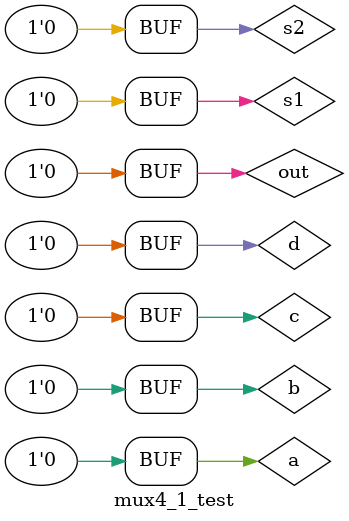
<source format=v>
`timescale 1ns / 1ps


module mux4_1_test;

	// Inputs
	reg a;
	reg b;
	reg c;
	reg d;
	reg s1;
	reg s2;
	reg out;

	// Instantiate the Unit Under Test (UUT)
	mux4_1 uut (
		.a(a), 
		.b(b), 
		.c(c), 
		.d(d), 
		.s1(s1), 
		.s2(s2), 
		.out(out)
	);

	initial begin
		// Initialize Inputs
		a = 0;
		b = 0;
		c = 0;
		d = 0;
		s1 = 0;
		s2 = 0;
		out = 0;

		// Wait 100 ns for global reset to finish
		#100;
        
		// Add stimulus here

	end
    initial begin
		$monitor("running\n");
		end
endmodule


</source>
